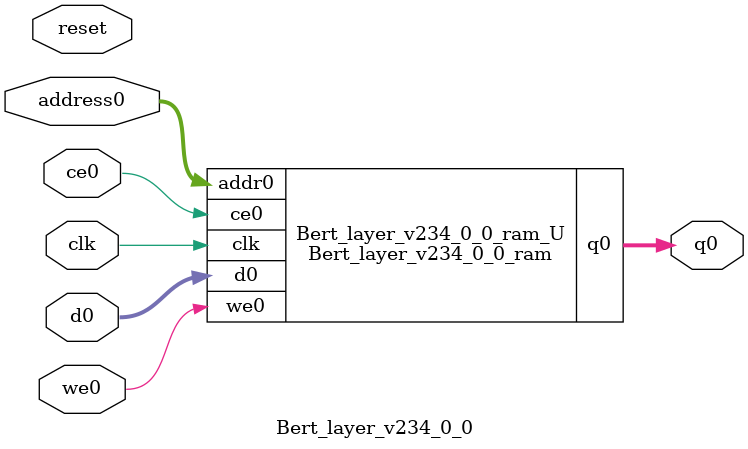
<source format=v>
`timescale 1 ns / 1 ps
module Bert_layer_v234_0_0_ram (addr0, ce0, d0, we0, q0,  clk);

parameter DWIDTH = 32;
parameter AWIDTH = 8;
parameter MEM_SIZE = 256;

input[AWIDTH-1:0] addr0;
input ce0;
input[DWIDTH-1:0] d0;
input we0;
output reg[DWIDTH-1:0] q0;
input clk;

(* ram_style = "block" *)reg [DWIDTH-1:0] ram[0:MEM_SIZE-1];




always @(posedge clk)  
begin 
    if (ce0) begin
        if (we0) 
            ram[addr0] <= d0; 
        q0 <= ram[addr0];
    end
end


endmodule

`timescale 1 ns / 1 ps
module Bert_layer_v234_0_0(
    reset,
    clk,
    address0,
    ce0,
    we0,
    d0,
    q0);

parameter DataWidth = 32'd32;
parameter AddressRange = 32'd256;
parameter AddressWidth = 32'd8;
input reset;
input clk;
input[AddressWidth - 1:0] address0;
input ce0;
input we0;
input[DataWidth - 1:0] d0;
output[DataWidth - 1:0] q0;



Bert_layer_v234_0_0_ram Bert_layer_v234_0_0_ram_U(
    .clk( clk ),
    .addr0( address0 ),
    .ce0( ce0 ),
    .we0( we0 ),
    .d0( d0 ),
    .q0( q0 ));

endmodule


</source>
